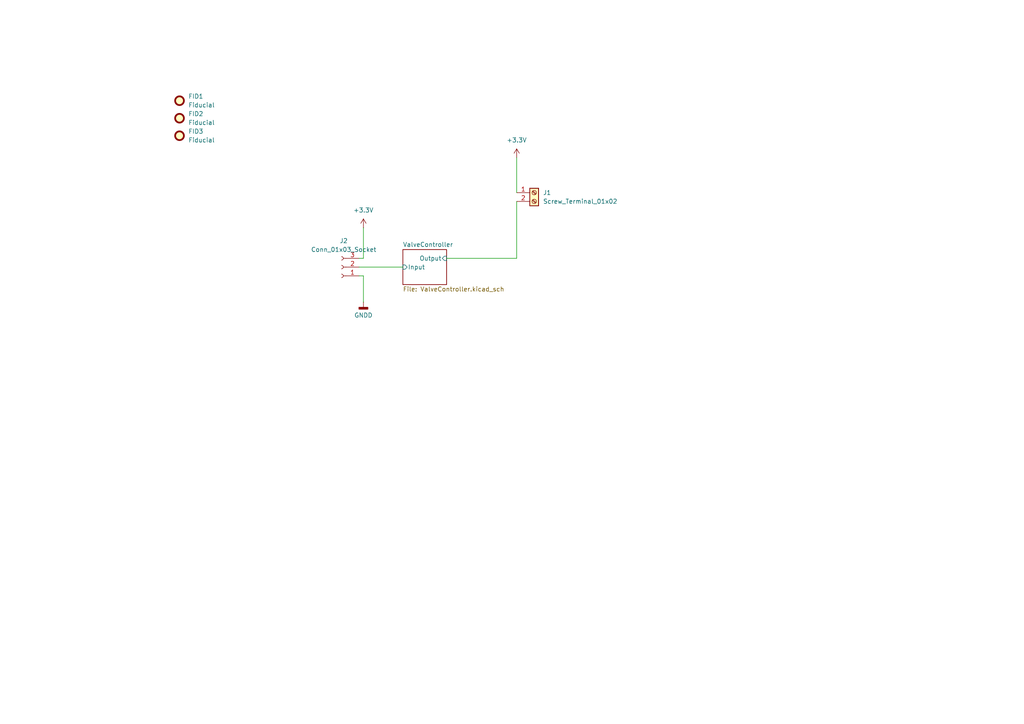
<source format=kicad_sch>
(kicad_sch (version 20231120) (generator "eeschema") (generator_version "8.0")
  (paper "A4")
  (lib_symbols
    (symbol "Connector:Conn_01x03_Socket" (pin_names (offset 1.016) hide)
      (property "Reference" "J" (at 0 5.08 0))
      (property "Value" "Conn_01x03_Socket" (at 0 -5.08 0))
      (symbol "Conn_01x03_Socket_1_1"
        (arc (start 0 -2.032) (mid -0.5058 -2.54) (end 0 -3.048) (stroke (width 0.1524)))
        (polyline (pts (xy -1.27 -2.54) (xy -0.508 -2.54)) (stroke (width 0.1524)))
        (polyline (pts (xy -1.27 0) (xy -0.508 0)) (stroke (width 0.1524)))
        (polyline (pts (xy -1.27 2.54) (xy -0.508 2.54)) (stroke (width 0.1524)))
        (arc (start 0 0.508) (mid -0.5058 0) (end 0 -0.508) (stroke (width 0.1524)))
        (arc (start 0 3.048) (mid -0.5058 2.54) (end 0 2.032) (stroke (width 0.1524)))
        (pin passive line (at -5.08 2.54 0) (length 3.81) (name "Pin_1") (number "1"))
        (pin passive line (at -5.08 0 0) (length 3.81) (name "Pin_2") (number "2"))
        (pin passive line (at -5.08 -2.54 0) (length 3.81) (name "Pin_3") (number "3"))
      )
    )
    (symbol "Connector:Screw_Terminal_01x02" (pin_names (offset 1.016) hide)
      (property "Reference" "J" (at 0 2.54 0))
      (property "Value" "Screw_Terminal_01x02" (at 0 -5.08 0))
      (symbol "Screw_Terminal_01x02_1_1"
        (rectangle (start -1.27 1.27) (end 1.27 -3.81) (stroke (width 0.254)) (fill (type background)))
        (circle (center 0 -2.54) (radius 0.635) (stroke (width 0.1524)))
        (polyline (pts (xy -0.5334 -2.2098) (xy 0.3302 -3.048)) (stroke (width 0.1524)))
        (polyline (pts (xy -0.5334 0.3302) (xy 0.3302 -0.508)) (stroke (width 0.1524)))
        (polyline (pts (xy -0.3556 -2.032) (xy 0.508 -2.8702)) (stroke (width 0.1524)))
        (polyline (pts (xy -0.3556 0.508) (xy 0.508 -0.3302)) (stroke (width 0.1524)))
        (circle (center 0 0) (radius 0.635) (stroke (width 0.1524)))
        (pin passive line (at -5.08 0 0) (length 3.81) (name "Pin_1") (number "1"))
        (pin passive line (at -5.08 -2.54 0) (length 3.81) (name "Pin_2") (number "2"))
      )
    )
    (symbol "Mechanical:Fiducial" (exclude_from_sim yes) (in_bom no)
      (property "Reference" "FID" (at 0 5.08 0))
      (property "Value" "Fiducial" (at 0 3.175 0))
      (symbol "Fiducial_0_1"
        (circle (center 0 0) (radius 1.27) (stroke (width 0.508)) (fill (type background)))
      )
    )
    (symbol "power:+3.3V" (power) (pin_numbers hide) (pin_names (offset 0) hide)
      (property "Value" "+3.3V" (at 0 3.556 0))
      (symbol "+3.3V_0_1"
        (polyline (pts (xy -0.762 1.27) (xy 0 2.54)))
        (polyline (pts (xy 0 0) (xy 0 2.54)))
        (polyline (pts (xy 0 2.54) (xy 0.762 1.27)))
      )
      (symbol "+3.3V_1_1"
        (pin power_in line (at 0 0 90) (length 0) (name "~") (number "1"))
      )
    )
    (symbol "power:GNDD" (power) (pin_numbers hide) (pin_names (offset 0) hide)
      (property "Value" "GNDD" (at 0 -3.175 0))
      (symbol "GNDD_0_1"
        (rectangle (start -1.27 -1.524) (end 1.27 -2.032) (stroke (width 0.254)) (fill (type outline)))
        (polyline (pts (xy 0 0) (xy 0 -1.524)))
      )
      (symbol "GNDD_1_1"
        (pin power_in line (at 0 0 270) (length 0) (name "~") (number "1"))
      )
    )
  )
  (wire (pts (xy 105.41 66.04) (xy 105.41 74.93)))
  (wire (pts (xy 104.14 77.47) (xy 116.84 77.47)))
  (wire (pts (xy 104.14 74.93) (xy 105.41 74.93)))
  (wire (pts (xy 105.41 87.63) (xy 105.41 80.01)))
  (wire (pts (xy 129.54 74.93) (xy 149.86 74.93)))
  (wire (pts (xy 104.14 80.01) (xy 105.41 80.01)))
  (wire (pts (xy 149.86 45.72) (xy 149.86 55.88)))
  (wire (pts (xy 149.86 58.42) (xy 149.86 74.93)))
  (symbol (lib_id "Connector:Conn_01x03_Socket") (at 99.06 77.47 180) (unit 1)
    (property "Reference" "J2" (at 99.695 69.85 0))
    (property "Value" "Conn_01x03_Socket" (at 99.695 72.39 0))
    (property "Footprint" "Connector_PinSocket_2.00mm:PinSocket_1x03_P2.00mm_Vertical" (effects (hide yes)))
    (property "Datasheet" "https://drawings-pdf.s3.amazonaws.com/10483.pdf" (effects (hide yes)))
    (property "Description" "Generic connector, single row, 01x03, script generated" (effects (hide yes)))
    (property "Purchase" "https://www.digikey.com/en/products/detail/sullins-connector-solutions/NPPN031BFCN-RC/804805" (effects (hide yes)))
  )
  (symbol (lib_id "power:GNDD") (at 105.41 87.63 0) (unit 1)
    (property "Reference" "#PWR06" (effects (hide yes)))
    (property "Value" "GNDD" (at 105.41 91.44 0))
    (property "Description" "Power symbol creates a global label with name \"GNDD\" , digital ground" (effects (hide yes)))
  )
  (symbol (lib_id "power:+3.3V") (at 149.86 45.72 0) (unit 1)
    (property "Reference" "#PWR04" (effects (hide yes)))
    (property "Value" "+3.3V" (at 149.86 40.64 0))
    (property "Description" "Power symbol creates a global label with name \"+3.3V\"" (effects (hide yes)))
  )
  (symbol (lib_id "Connector:Screw_Terminal_01x02") (at 154.94 55.88 0) (unit 1)
    (property "Reference" "J1" (at 157.48 55.8799 0) (effects (justify left)))
    (property "Value" "Screw_Terminal_01x02" (at 157.48 58.4199 0) (effects (justify left)))
    (property "Footprint" "TerminalBlock_Phoenix:TerminalBlock_Phoenix_PT-1,5-2-3.5-H_1x02_P3.50mm_Horizontal" (effects (hide yes)))
    (property "Datasheet" "https://drawings-pdf.s3.amazonaws.com/10483.pdf" (effects (hide yes)))
    (property "Description" "Generic screw terminal, single row, 01x02, script generated (kicad-library-utils/schlib/autogen/connector/)" (effects (hide yes)))
    (property "Purchase" "https://www.digikey.com/en/products/detail/phoenix-contact/1751248/2511016" (effects (hide yes)))
  )
  (symbol (lib_id "Mechanical:Fiducial") (at 52.07 39.37 0) (unit 1) (exclude_from_sim yes) (in_bom no)
    (property "Reference" "FID3" (at 54.61 38.0999 0) (effects (justify left)))
    (property "Value" "Fiducial" (at 54.61 40.6399 0) (effects (justify left)))
    (property "Footprint" "Fiducial:Fiducial_1mm_Mask2mm" (effects (hide yes)))
    (property "Description" "Fiducial Marker" (effects (hide yes)))
  )
  (symbol (lib_id "Mechanical:Fiducial") (at 52.07 29.21 0) (unit 1) (exclude_from_sim yes) (in_bom no)
    (property "Reference" "FID1" (at 54.61 27.9399 0) (effects (justify left)))
    (property "Value" "Fiducial" (at 54.61 30.4799 0) (effects (justify left)))
    (property "Footprint" "Fiducial:Fiducial_1mm_Mask2mm" (effects (hide yes)))
    (property "Description" "Fiducial Marker" (effects (hide yes)))
  )
  (symbol (lib_id "Mechanical:Fiducial") (at 52.07 34.29 0) (unit 1) (exclude_from_sim yes) (in_bom no)
    (property "Reference" "FID2" (at 54.61 33.0199 0) (effects (justify left)))
    (property "Value" "Fiducial" (at 54.61 35.5599 0) (effects (justify left)))
    (property "Footprint" "Fiducial:Fiducial_1mm_Mask2mm" (effects (hide yes)))
    (property "Description" "Fiducial Marker" (effects (hide yes)))
  )
  (symbol (lib_id "power:+3.3V") (at 105.41 66.04 0) (unit 1)
    (property "Reference" "#PWR05" (effects (hide yes)))
    (property "Value" "+3.3V" (at 105.41 60.96 0))
    (property "Description" "Power symbol creates a global label with name \"+3.3V\"" (effects (hide yes)))
  )
  (sheet (at 116.84 72.39) (size 12.7 10.16) (stroke (width 0.1524))
    (property "Sheetname" "ValveController" (at 116.84 71.6784 0) (effects (justify left bottom)))
    (property "Sheetfile" "ValveController.kicad_sch" (at 116.84 83.1346 0) (effects (justify left top)))
    (pin "Input" input (at 116.84 77.47 180))
    (pin "Output" input (at 129.54 74.93 0))
  )
)
</source>
